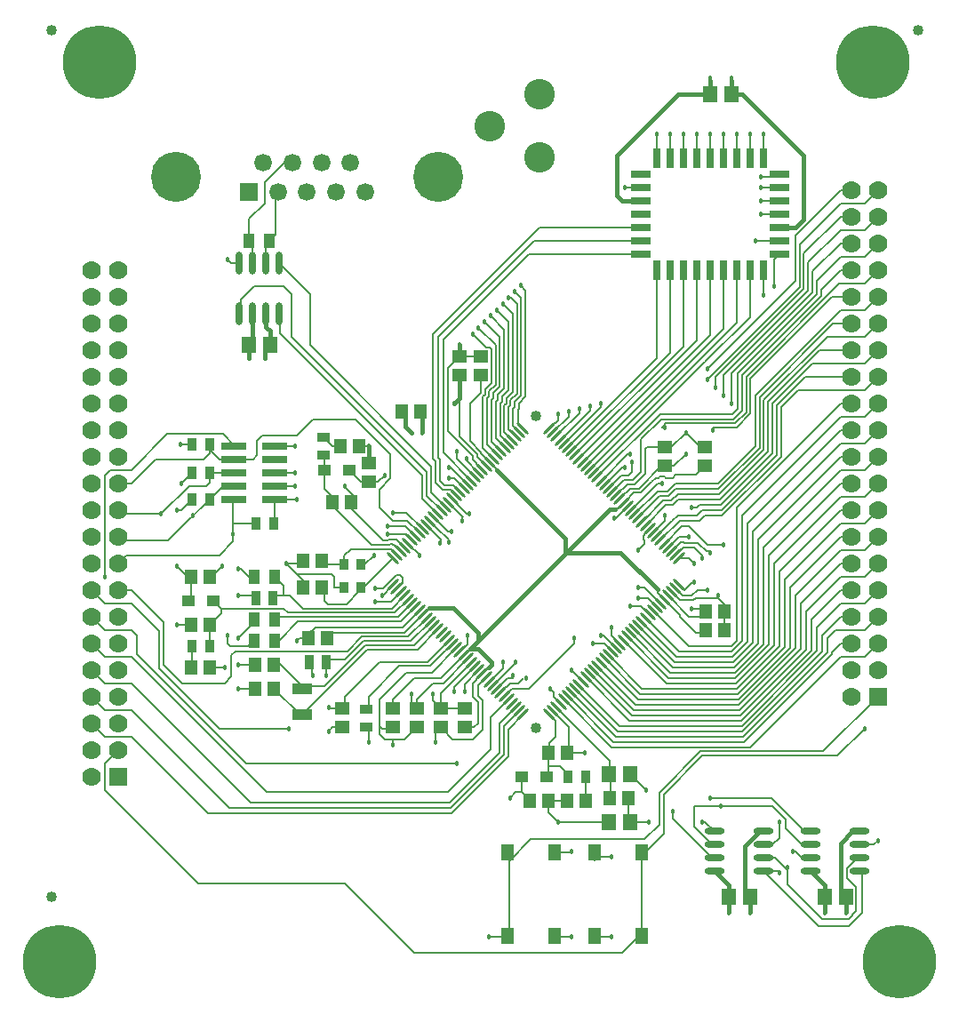
<source format=gtl>
%FSLAX25Y25*%
%MOIN*%
G70*
G01*
G75*
G04 Layer_Physical_Order=1*
G04 Layer_Color=61183*
%ADD10C,0.04000*%
G04:AMPARAMS|DCode=11|XSize=9.84mil|YSize=61.02mil|CornerRadius=0mil|HoleSize=0mil|Usage=FLASHONLY|Rotation=45.000|XOffset=0mil|YOffset=0mil|HoleType=Round|Shape=Round|*
%AMOVALD11*
21,1,0.05118,0.00984,0.00000,0.00000,135.0*
1,1,0.00984,0.01810,-0.01810*
1,1,0.00984,-0.01810,0.01810*
%
%ADD11OVALD11*%

G04:AMPARAMS|DCode=12|XSize=9.84mil|YSize=61.02mil|CornerRadius=0mil|HoleSize=0mil|Usage=FLASHONLY|Rotation=315.000|XOffset=0mil|YOffset=0mil|HoleType=Round|Shape=Round|*
%AMOVALD12*
21,1,0.05118,0.00984,0.00000,0.00000,45.0*
1,1,0.00984,-0.01810,-0.01810*
1,1,0.00984,0.01810,0.01810*
%
%ADD12OVALD12*%

%ADD13R,0.04528X0.05709*%
%ADD14R,0.05315X0.06102*%
%ADD15R,0.04134X0.05512*%
%ADD16R,0.03347X0.05118*%
%ADD17R,0.05118X0.06102*%
%ADD18O,0.02362X0.08661*%
%ADD19R,0.04528X0.03937*%
%ADD20R,0.03740X0.05315*%
%ADD21R,0.07500X0.04300*%
%ADD22R,0.03500X0.03900*%
%ADD23R,0.05709X0.04528*%
%ADD24R,0.05118X0.03347*%
%ADD25R,0.09449X0.02992*%
%ADD26R,0.07500X0.02800*%
%ADD27R,0.02800X0.07500*%
%ADD28O,0.07480X0.02362*%
%ADD29C,0.00800*%
%ADD30C,0.01600*%
%ADD31C,0.00787*%
%ADD32C,0.27559*%
%ADD33C,0.18740*%
%ADD34R,0.06654X0.06654*%
%ADD35C,0.06654*%
%ADD36C,0.07000*%
%ADD37R,0.07000X0.07000*%
%ADD38C,0.11500*%
%ADD39C,0.01800*%
D10*
X196850Y225312D02*
D03*
Y108389D02*
D03*
X340000Y370000D02*
D03*
X15000Y45000D02*
D03*
Y370000D02*
D03*
D11*
X191909Y220510D02*
D03*
X190517Y219118D02*
D03*
X189125Y217726D02*
D03*
X187733Y216334D02*
D03*
X186341Y214942D02*
D03*
X184949Y213550D02*
D03*
X183557Y212158D02*
D03*
X182165Y210766D02*
D03*
X180773Y209374D02*
D03*
X179382Y207982D02*
D03*
X177990Y206590D02*
D03*
X176598Y205198D02*
D03*
X175206Y203806D02*
D03*
X173814Y202414D02*
D03*
X172422Y201023D02*
D03*
X171030Y199631D02*
D03*
X169638Y198239D02*
D03*
X168246Y196847D02*
D03*
X166854Y195455D02*
D03*
X165462Y194063D02*
D03*
X164070Y192671D02*
D03*
X162678Y191279D02*
D03*
X161286Y189887D02*
D03*
X159894Y188495D02*
D03*
X158502Y187103D02*
D03*
X157110Y185711D02*
D03*
X155719Y184319D02*
D03*
X154326Y182927D02*
D03*
X152935Y181535D02*
D03*
X151543Y180143D02*
D03*
X150151Y178752D02*
D03*
X148759Y177360D02*
D03*
X147367Y175968D02*
D03*
X145975Y174576D02*
D03*
X144583Y173184D02*
D03*
X143191Y171792D02*
D03*
X201792Y113191D02*
D03*
X203184Y114583D02*
D03*
X204576Y115975D02*
D03*
X205968Y117367D02*
D03*
X207360Y118759D02*
D03*
X208752Y120151D02*
D03*
X210143Y121543D02*
D03*
X211535Y122935D02*
D03*
X212927Y124327D02*
D03*
X214319Y125718D02*
D03*
X215711Y127110D02*
D03*
X217103Y128502D02*
D03*
X218495Y129894D02*
D03*
X219887Y131286D02*
D03*
X221279Y132678D02*
D03*
X222671Y134070D02*
D03*
X224063Y135462D02*
D03*
X225455Y136854D02*
D03*
X226847Y138246D02*
D03*
X228239Y139638D02*
D03*
X229631Y141030D02*
D03*
X231023Y142422D02*
D03*
X232415Y143814D02*
D03*
X233806Y145206D02*
D03*
X235198Y146598D02*
D03*
X236590Y147990D02*
D03*
X237982Y149381D02*
D03*
X239374Y150774D02*
D03*
X240766Y152165D02*
D03*
X242158Y153557D02*
D03*
X243550Y154949D02*
D03*
X244942Y156341D02*
D03*
X246334Y157733D02*
D03*
X247726Y159125D02*
D03*
X249118Y160517D02*
D03*
X250510Y161909D02*
D03*
D12*
X143191D02*
D03*
X144583Y160517D02*
D03*
X145975Y159125D02*
D03*
X147367Y157733D02*
D03*
X148759Y156341D02*
D03*
X150151Y154949D02*
D03*
X151543Y153557D02*
D03*
X152935Y152165D02*
D03*
X154326Y150774D02*
D03*
X155719Y149381D02*
D03*
X157110Y147990D02*
D03*
X158502Y146598D02*
D03*
X159894Y145206D02*
D03*
X161286Y143814D02*
D03*
X162678Y142422D02*
D03*
X164070Y141030D02*
D03*
X165462Y139638D02*
D03*
X166854Y138246D02*
D03*
X168246Y136854D02*
D03*
X169638Y135462D02*
D03*
X171030Y134070D02*
D03*
X172422Y132678D02*
D03*
X173814Y131286D02*
D03*
X175206Y129894D02*
D03*
X176598Y128502D02*
D03*
X177990Y127110D02*
D03*
X179382Y125718D02*
D03*
X180773Y124327D02*
D03*
X182165Y122935D02*
D03*
X183557Y121543D02*
D03*
X184949Y120151D02*
D03*
X186341Y118759D02*
D03*
X187733Y117367D02*
D03*
X189125Y115975D02*
D03*
X190517Y114583D02*
D03*
X191909Y113191D02*
D03*
X250510Y171792D02*
D03*
X249118Y173184D02*
D03*
X247726Y174576D02*
D03*
X246334Y175968D02*
D03*
X244942Y177360D02*
D03*
X243550Y178752D02*
D03*
X242158Y180143D02*
D03*
X240766Y181535D02*
D03*
X239374Y182927D02*
D03*
X237982Y184319D02*
D03*
X236590Y185711D02*
D03*
X235198Y187103D02*
D03*
X233806Y188495D02*
D03*
X232415Y189887D02*
D03*
X231023Y191279D02*
D03*
X229631Y192671D02*
D03*
X228239Y194063D02*
D03*
X226847Y195455D02*
D03*
X225455Y196847D02*
D03*
X224063Y198239D02*
D03*
X222671Y199631D02*
D03*
X221279Y201023D02*
D03*
X219887Y202414D02*
D03*
X218495Y203806D02*
D03*
X217103Y205198D02*
D03*
X215711Y206590D02*
D03*
X214319Y207982D02*
D03*
X212927Y209374D02*
D03*
X211535Y210766D02*
D03*
X210143Y212158D02*
D03*
X208752Y213550D02*
D03*
X207360Y214942D02*
D03*
X205968Y216334D02*
D03*
X204576Y217726D02*
D03*
X203184Y219118D02*
D03*
X201792Y220510D02*
D03*
D13*
X260457Y145000D02*
D03*
X267543D02*
D03*
X74543Y165000D02*
D03*
X67457D02*
D03*
X67457Y147000D02*
D03*
X74543D02*
D03*
Y131000D02*
D03*
X67457D02*
D03*
X91457Y132000D02*
D03*
X98543D02*
D03*
X91457Y123000D02*
D03*
X98543D02*
D03*
X109457Y171000D02*
D03*
X116543D02*
D03*
Y161000D02*
D03*
X109457D02*
D03*
X111457Y142000D02*
D03*
X118543D02*
D03*
X146457Y227000D02*
D03*
X153543D02*
D03*
X120457Y193000D02*
D03*
X127543D02*
D03*
X123457Y214000D02*
D03*
X130543D02*
D03*
X260457Y152000D02*
D03*
X267543D02*
D03*
X224457Y82000D02*
D03*
X231543D02*
D03*
X208457Y81000D02*
D03*
X215543D02*
D03*
X194457D02*
D03*
X201543D02*
D03*
X201457Y99000D02*
D03*
X208543D02*
D03*
D14*
X89063Y252000D02*
D03*
X96937D02*
D03*
X262063Y346000D02*
D03*
X269937D02*
D03*
X269063Y45000D02*
D03*
X276937D02*
D03*
X305063D02*
D03*
X312937D02*
D03*
X224063Y73000D02*
D03*
X231937D02*
D03*
X224063Y91000D02*
D03*
X231937D02*
D03*
D15*
X89260Y291000D02*
D03*
X96740D02*
D03*
X91260Y165000D02*
D03*
X98740D02*
D03*
X91260Y149000D02*
D03*
X98740D02*
D03*
X91260Y141000D02*
D03*
X98740D02*
D03*
D16*
X91654Y185000D02*
D03*
X98347D02*
D03*
X67654Y194000D02*
D03*
X74347D02*
D03*
X67654Y204000D02*
D03*
X74347D02*
D03*
X67654Y214500D02*
D03*
X74347D02*
D03*
X67654Y139000D02*
D03*
X74347D02*
D03*
X208653Y90000D02*
D03*
X215347D02*
D03*
D17*
X218642Y30350D02*
D03*
Y61650D02*
D03*
X236358Y30350D02*
D03*
Y61650D02*
D03*
X186142Y30350D02*
D03*
Y61650D02*
D03*
X203858Y30350D02*
D03*
Y61650D02*
D03*
D18*
X85500Y263551D02*
D03*
Y282449D02*
D03*
X95500Y263551D02*
D03*
X90500D02*
D03*
X100500D02*
D03*
X90500Y282449D02*
D03*
X95500D02*
D03*
X100500D02*
D03*
D19*
X66374Y156000D02*
D03*
X75626D02*
D03*
X117374Y205000D02*
D03*
X126626D02*
D03*
X191374Y90000D02*
D03*
X200626D02*
D03*
D20*
X91850Y157000D02*
D03*
X98150D02*
D03*
X111850Y133000D02*
D03*
X118150D02*
D03*
D21*
X109000Y113079D02*
D03*
Y122921D02*
D03*
D22*
X124900Y161000D02*
D03*
Y169500D02*
D03*
X131000D02*
D03*
Y161000D02*
D03*
D23*
X124000Y108457D02*
D03*
Y115543D02*
D03*
X143000D02*
D03*
Y108457D02*
D03*
X152000Y108457D02*
D03*
Y115543D02*
D03*
X161000D02*
D03*
Y108457D02*
D03*
X170000Y115543D02*
D03*
Y108457D02*
D03*
X133957Y200457D02*
D03*
Y207543D02*
D03*
X168000Y240457D02*
D03*
Y247543D02*
D03*
X176000Y240457D02*
D03*
Y247543D02*
D03*
X245000Y206457D02*
D03*
Y213543D02*
D03*
X260000Y206457D02*
D03*
Y213543D02*
D03*
D24*
X133000Y108653D02*
D03*
Y115347D02*
D03*
X117000Y210653D02*
D03*
Y217347D02*
D03*
D25*
X98677Y209000D02*
D03*
X83323D02*
D03*
X98677Y214000D02*
D03*
Y204000D02*
D03*
Y199000D02*
D03*
X83323Y214000D02*
D03*
Y204000D02*
D03*
Y199000D02*
D03*
X98677Y194000D02*
D03*
X83323D02*
D03*
D26*
X236000Y286000D02*
D03*
Y291000D02*
D03*
Y296000D02*
D03*
Y311000D02*
D03*
Y301000D02*
D03*
Y306000D02*
D03*
Y316000D02*
D03*
X288000Y286000D02*
D03*
Y291000D02*
D03*
Y306000D02*
D03*
Y296000D02*
D03*
Y301000D02*
D03*
Y311000D02*
D03*
Y316000D02*
D03*
D27*
X242000Y280000D02*
D03*
X252000D02*
D03*
X247000D02*
D03*
Y322000D02*
D03*
X242000D02*
D03*
X252000D02*
D03*
X272000Y280000D02*
D03*
X277000D02*
D03*
X257000D02*
D03*
X267000D02*
D03*
X262000D02*
D03*
X282000D02*
D03*
X272000Y322000D02*
D03*
X277000D02*
D03*
X257000D02*
D03*
X267000D02*
D03*
X262000D02*
D03*
X282000D02*
D03*
D28*
X299748Y54500D02*
D03*
Y59500D02*
D03*
Y64500D02*
D03*
Y69500D02*
D03*
X318252Y54500D02*
D03*
Y64500D02*
D03*
Y59500D02*
D03*
Y69500D02*
D03*
X263748Y54500D02*
D03*
Y59500D02*
D03*
Y64500D02*
D03*
Y69500D02*
D03*
X282252Y54500D02*
D03*
Y64500D02*
D03*
Y59500D02*
D03*
Y69500D02*
D03*
D29*
X204000Y104880D02*
Y110983D01*
X201792Y113191D02*
X204000Y110983D01*
X201792Y99165D02*
Y102672D01*
X204000Y104880D01*
X67000Y147000D02*
X67457Y146543D01*
X62000Y147000D02*
X67000D01*
X67457Y146543D02*
Y147000D01*
X62000Y147000D02*
X62000Y147000D01*
X176000Y240457D02*
X176000Y240457D01*
Y234000D02*
Y240457D01*
X168000Y217463D02*
X174600Y210863D01*
X168000Y217463D02*
Y232000D01*
X172000Y215726D02*
X176200Y211526D01*
X172000Y215726D02*
Y230000D01*
X176000Y234000D01*
X189654Y233719D02*
Y267346D01*
X187424Y269576D02*
X189654Y267346D01*
X186576Y269576D02*
X187424D01*
X191254Y233057D02*
Y269424D01*
X188839Y271839D02*
X191254Y269424D01*
X192854Y232394D02*
Y272350D01*
X191102Y274102D02*
X192854Y272350D01*
X190400Y229940D02*
X192854Y232394D01*
X190400Y228035D02*
Y229940D01*
X190000Y227635D02*
X190400Y228035D01*
X190000Y222419D02*
Y227635D01*
Y222419D02*
X191909Y220510D01*
X180054Y237696D02*
Y250304D01*
X188800Y230602D02*
X191254Y233057D01*
X188077Y221558D02*
X190517Y219118D01*
X188800Y228698D02*
Y230602D01*
X188077Y227975D02*
X188800Y228698D01*
X188077Y221558D02*
Y227975D01*
X187200Y231265D02*
X189654Y233719D01*
X187200Y229361D02*
Y231265D01*
X186477Y220374D02*
X189125Y217726D01*
X186477Y228638D02*
X187200Y229361D01*
X186477Y220374D02*
Y228638D01*
X185600Y231928D02*
X188054Y234382D01*
X185600Y230024D02*
Y231928D01*
X184877Y219190D02*
X187733Y216334D01*
X184877Y229300D02*
X185600Y230024D01*
X184877Y219190D02*
Y229300D01*
X186454Y235045D02*
Y260648D01*
X184000Y232591D02*
X186454Y235045D01*
X184000Y230686D02*
Y232591D01*
X183277Y218006D02*
X186341Y214942D01*
X183277Y229963D02*
X184000Y230686D01*
X183277Y218006D02*
Y229963D01*
X182400Y233253D02*
X184854Y235708D01*
X182400Y231349D02*
Y233253D01*
X181677Y216823D02*
X184949Y213550D01*
X181677Y230626D02*
X182400Y231349D01*
X181677Y216823D02*
Y230626D01*
X183254Y236370D02*
Y254797D01*
X180800Y233916D02*
X183254Y236370D01*
X180800Y232012D02*
Y233916D01*
X180077Y215639D02*
X183557Y212158D01*
X180077Y231289D02*
X180800Y232012D01*
X180077Y215639D02*
Y231289D01*
X179200Y234579D02*
X181654Y237033D01*
X179200Y232675D02*
Y234579D01*
X178477Y214455D02*
X182165Y210766D01*
X178477Y231951D02*
X179200Y232675D01*
X178477Y214455D02*
Y231951D01*
X177600Y235242D02*
X180054Y237696D01*
X177600Y233337D02*
Y235242D01*
X176877Y213271D02*
X180773Y209374D01*
X176877Y232614D02*
X177600Y233337D01*
X176877Y213271D02*
Y232614D01*
X184314Y267314D02*
X188054Y263573D01*
Y234382D02*
Y263573D01*
X182051Y265051D02*
X186454Y260648D01*
X179788Y262788D02*
X184854Y257722D01*
Y235708D02*
Y257722D01*
X177525Y260525D02*
X183254Y254797D01*
X175263Y258263D02*
X181654Y251871D01*
Y237033D02*
Y251871D01*
X173000Y256000D02*
X177993Y251007D01*
X179351D01*
X180054Y250304D01*
X174600Y209980D02*
Y210863D01*
X173000Y208796D02*
Y210200D01*
X163600Y219600D02*
X173000Y210200D01*
X163600Y219600D02*
Y243143D01*
X82400Y135400D02*
X84035Y137035D01*
X82400Y127400D02*
Y135400D01*
X80000Y131000D02*
X80000Y131000D01*
Y125000D02*
X82400Y127400D01*
X74543Y131000D02*
X80000D01*
X75000Y165000D02*
X79000Y169000D01*
X74543Y165000D02*
X75000D01*
X62000Y169000D02*
X66000Y165000D01*
X67457D01*
X66374Y156000D02*
X67457Y157083D01*
Y165000D01*
X74543Y147000D02*
X78626Y151083D01*
X74347Y146803D02*
X74543Y147000D01*
X78626Y151083D02*
Y153000D01*
X102000D01*
X75626Y156000D02*
X78626Y153000D01*
X74347Y139000D02*
Y146803D01*
X64000Y125000D02*
X80000D01*
X57000Y132000D02*
X64000Y125000D01*
X57000Y132000D02*
Y148000D01*
X84035Y137035D02*
X126035D01*
X78000Y108000D02*
X104000D01*
X55400Y130600D02*
X78000Y108000D01*
X55400Y130600D02*
Y144600D01*
X88000Y95000D02*
X167000D01*
X47000Y136000D02*
X88000Y95000D01*
X47000Y136000D02*
Y143000D01*
X45000Y145000D02*
X47000Y143000D01*
X35000Y145000D02*
X45000D01*
X126035Y137035D02*
X131400Y142400D01*
X186231Y127000D02*
X188000D01*
X182165Y122935D02*
X186231Y127000D01*
X252597Y177600D02*
X257400D01*
X260606Y174394D01*
X246334Y175968D02*
X250366Y180000D01*
X254000D01*
X196000Y291000D02*
X236000D01*
X160000Y255000D02*
X196000Y291000D01*
X160000Y209525D02*
Y255000D01*
X158000Y256000D02*
X198000Y296000D01*
X158000Y209263D02*
Y256000D01*
Y209263D02*
X159000Y208263D01*
X198000Y296000D02*
X236000D01*
X227121Y190161D02*
X229631Y192671D01*
X226458Y190161D02*
X227121D01*
X90500Y282449D02*
Y291760D01*
X160000Y199343D02*
X161779Y197565D01*
X272000Y322000D02*
Y331000D01*
X267000Y322000D02*
Y331000D01*
X170600Y208412D02*
X175206Y203806D01*
X164744Y197565D02*
X166854Y195455D01*
X161779Y197565D02*
X164744D01*
X164661Y206000D02*
X171030Y199631D01*
X166000Y202000D02*
X169638Y198362D01*
X165928Y199165D02*
X168246Y196847D01*
X81000Y284000D02*
X82551Y282449D01*
X85500D01*
Y263551D02*
Y265068D01*
X100500Y263551D02*
X100794D01*
X89063Y252000D02*
X90500Y253437D01*
X161300Y138260D02*
X164070Y141030D01*
X127500Y190500D02*
X139400Y178600D01*
X143551Y177000D02*
X145975Y174576D01*
X142473Y175293D02*
X144583Y173184D01*
X127337Y175293D02*
X142473D01*
X127500Y190500D02*
Y194957D01*
X117000Y217346D02*
X120346Y214000D01*
X126626Y205000D02*
X131169Y200457D01*
X133957D01*
X127543Y195000D02*
X128000Y195457D01*
X127500Y194957D02*
X127543Y195000D01*
X117413Y198043D02*
X120457Y195000D01*
X169638Y135462D02*
X172176Y138000D01*
X142350Y155500D02*
X145975Y159125D01*
X136500Y155500D02*
X142350D01*
X102000Y153000D02*
X103600Y151400D01*
X136500Y160500D02*
X139416D01*
X139000Y158000D02*
X139282D01*
X143191Y161909D01*
X142634Y153000D02*
X147367Y157733D01*
X143818Y151400D02*
X148759Y156341D01*
X145001Y149800D02*
X150151Y154949D01*
X146185Y148200D02*
X151543Y153557D01*
X131899Y160500D02*
X143191Y171792D01*
X81000Y140000D02*
X82000Y139000D01*
X88760D01*
X90760Y141000D01*
X85240Y142000D02*
X91240Y148000D01*
X91260D01*
X146769Y146000D02*
X152935Y152165D01*
X147553Y144000D02*
X154327Y150773D01*
X121358Y146000D02*
X146769D01*
X120543Y144000D02*
X147553D01*
X107000Y141000D02*
X108000Y142000D01*
X111457D01*
X118543D02*
X120543Y144000D01*
X121304Y146054D02*
X121358Y146000D01*
X114054Y146054D02*
X121304D01*
X111457Y143457D02*
X114054Y146054D01*
X111457Y142000D02*
Y143457D01*
X131400Y142400D02*
X148737D01*
X132063Y140800D02*
X149921D01*
X151105Y139200D02*
X158502Y146598D01*
X132725Y139200D02*
X151105D01*
X125263Y134000D02*
X132063Y140800D01*
X152289Y137600D02*
X159894Y145206D01*
X119000Y134000D02*
X125263D01*
X149921Y140800D02*
X157110Y147990D01*
X148737Y142400D02*
X155718Y149382D01*
X154200Y194189D02*
X159894Y188495D01*
X113198Y223990D02*
Y224017D01*
X155800Y195373D02*
X161286Y189887D01*
X56251Y188500D02*
Y188527D01*
X144583Y160583D02*
X146662Y162662D01*
X144583Y160517D02*
Y160583D01*
X146662Y162662D02*
X146693D01*
Y164419D01*
X145701Y165411D02*
X146693Y164419D01*
X144300Y165411D02*
X145701D01*
X139416Y160527D02*
X144300Y165411D01*
X139416Y160500D02*
Y160527D01*
X125600Y154600D02*
X130500Y159500D01*
X118900Y154600D02*
X125600D01*
X98740Y148000D02*
X100540Y149800D01*
X98240Y141000D02*
X100347D01*
X107547Y148200D01*
X102150Y158000D02*
X104536D01*
X109536Y153000D01*
X249118Y173184D02*
X249184D01*
X232000Y91000D02*
X238000Y85000D01*
X231543Y73394D02*
Y82000D01*
X224457D02*
X224850Y82394D01*
X224500Y91150D02*
Y96051D01*
X201543Y76457D02*
X205000Y73000D01*
X201543Y76457D02*
Y81000D01*
X215150D02*
X215346Y81197D01*
X187000Y82000D02*
X189083Y84083D01*
X191374D01*
X194457Y81000D01*
X191374Y84083D02*
Y90000D01*
X201457Y94000D02*
Y99000D01*
Y90831D02*
Y94000D01*
X205654D02*
X208654Y91000D01*
X201457Y94000D02*
X205654D01*
X200626Y90000D02*
X201457Y90831D01*
X209043Y99000D02*
X215000D01*
X208543D02*
X209043D01*
X203184Y114583D02*
X209043Y108723D01*
X201792Y99165D02*
X201957Y99000D01*
X169638Y198239D02*
Y198362D01*
X242000Y322000D02*
Y331000D01*
X247000Y322000D02*
Y331000D01*
X252000Y322000D02*
Y331000D01*
X257000Y322000D02*
Y331000D01*
X262000Y322000D02*
Y331000D01*
X99177Y214000D02*
X106500D01*
X83154Y193331D02*
X83823Y194000D01*
X217103Y205198D02*
X217114D01*
X224500Y91150D02*
X224650Y91000D01*
X204576Y115975D02*
X224500Y96051D01*
X224063Y198239D02*
X224081D01*
X130500Y159500D02*
Y160500D01*
X160600Y201006D02*
X162441Y199165D01*
X160000Y209525D02*
X160600Y208925D01*
X281326Y69500D02*
X282252D01*
X276937Y39063D02*
X277000Y39000D01*
X210038Y130000D02*
X214319Y125718D01*
X277000Y322000D02*
Y331000D01*
X238715Y157000D02*
X242158Y153557D01*
X237148Y153000D02*
X239374Y150773D01*
X230000Y311000D02*
X236000D01*
X305000Y39000D02*
X305063Y39063D01*
X311000Y46937D02*
X312937Y45000D01*
X304006Y36600D02*
X313994D01*
X315400Y38006D01*
Y38083D01*
X316794Y39478D01*
Y48548D01*
X313312Y52031D02*
X316794Y48548D01*
X313312Y52031D02*
Y55486D01*
X262822Y64500D02*
X263748D01*
X256000Y71322D02*
X262822Y64500D01*
X256000Y71322D02*
Y79000D01*
X297500Y69500D02*
X299748D01*
X259000Y73000D02*
X260248D01*
X263748Y69500D01*
X262822Y59500D02*
X263748D01*
X248000Y74322D02*
X262822Y59500D01*
X248000Y74322D02*
Y77000D01*
X285000Y82000D02*
X297500Y69500D01*
X262000Y82000D02*
X285000D01*
X296500Y59500D02*
X299748D01*
X291000Y49606D02*
X304006Y36600D01*
X282252Y59500D02*
X286500D01*
X291000Y49606D02*
Y55000D01*
X282252Y54500D02*
X287500D01*
X288000Y54000D01*
X286500Y59500D02*
X288000Y58000D01*
X282252Y64500D02*
X285500D01*
X318252D02*
X323500D01*
X325000Y66000D01*
X250510Y161909D02*
X252419Y160000D01*
X250510Y171792D02*
X254208D01*
X226847Y195455D02*
X230998Y199606D01*
X228239Y194063D02*
X232182Y198006D01*
X222671Y199631D02*
X229325Y206284D01*
X229609Y206000D01*
X230000D01*
X224081Y198239D02*
X228842Y203000D01*
X222309Y140000D02*
X225455Y136854D01*
X218495Y203806D02*
Y203889D01*
X229631Y192671D02*
X233366Y196406D01*
X247726Y174576D02*
X250744Y177594D01*
X254208Y171792D02*
X256000Y170000D01*
X176200Y211164D02*
X179382Y207982D01*
X78000Y173000D02*
X83154Y178154D01*
X63500Y214500D02*
X67654D01*
X99177Y194000D02*
X107000D01*
X231937Y73000D02*
X239000D01*
X162900Y137076D02*
X165462Y139638D01*
X250673Y150009D02*
Y150610D01*
X183557Y121533D02*
Y121543D01*
X184949Y120151D02*
X187799Y123000D01*
X282000Y322000D02*
Y331000D01*
X183557Y121543D02*
X187000Y124985D01*
X189985D01*
X192000Y127000D01*
X188000D02*
Y128000D01*
X179382Y125718D02*
X184000Y130337D01*
X179887Y112305D02*
X186341Y118759D01*
X179887Y100233D02*
Y112305D01*
X163812Y84158D02*
X179887Y100233D01*
X183087Y109937D02*
X189125Y115975D01*
X183087Y98908D02*
Y109937D01*
X164400Y80220D02*
X183087Y98908D01*
X184687Y108753D02*
X190517Y114583D01*
X184687Y98245D02*
Y108753D01*
X164695Y78252D02*
X184687Y98245D01*
X81748Y78252D02*
X164695D01*
X186675Y107957D02*
X191909Y113191D01*
X186287Y107957D02*
X186675D01*
X186287Y97582D02*
Y107957D01*
X164989Y76283D02*
X186287Y97582D01*
X73717Y76283D02*
X164989D01*
X173000Y208796D02*
X176598Y205198D01*
X176200Y211164D02*
Y211526D01*
X163600Y243143D02*
X168000Y247543D01*
X176000D01*
X211535Y210766D02*
X252000Y251231D01*
X210143Y212158D02*
X247000Y249015D01*
X208752Y213550D02*
X242000Y246799D01*
X218495Y203889D02*
X260006Y245400D01*
X214319Y207982D02*
X262000Y255663D01*
Y280000D01*
X212927Y209374D02*
X257000Y253447D01*
Y280000D01*
X252000Y251231D02*
Y280000D01*
X247000Y249015D02*
Y280000D01*
X242000Y246799D02*
Y280000D01*
X89780Y80220D02*
X164400D01*
X154327Y150773D02*
X156836Y153283D01*
X176598Y128502D02*
Y128598D01*
X179000Y131000D01*
X242283Y159000D02*
X250673Y150610D01*
X235000Y157000D02*
X238715D01*
X237499Y161000D02*
X243550Y154949D01*
X235000Y161000D02*
X237499D01*
X242283Y159000D02*
Y160283D01*
X179382Y207982D02*
X182000Y205364D01*
Y205000D02*
Y205364D01*
X246334Y157733D02*
X254067Y150000D01*
X259457D01*
X255419Y163000D02*
X256000D01*
X257402Y160000D02*
X261000D01*
X249118Y160517D02*
X251819Y157815D01*
X255218D01*
X257402Y160000D01*
X250636Y156215D02*
X255880D01*
X256665Y157000D01*
X247726Y159125D02*
X250636Y156215D01*
X285500Y64500D02*
X288000Y67000D01*
Y73000D01*
X285394Y79000D02*
X290400Y73994D01*
X256000Y79000D02*
X285394D01*
X319000Y39000D02*
Y53752D01*
X318252Y54500D02*
X319000Y53752D01*
X282252Y54500D02*
X302752Y34000D01*
X189000Y132553D02*
Y133000D01*
X180773Y124327D02*
X189000Y132553D01*
X187799Y123000D02*
X194000D01*
X211000Y140000D01*
Y142000D01*
X161000Y121256D02*
X172422Y132678D01*
X175000Y124121D02*
X177990Y127110D01*
X166000Y123473D02*
X173814Y131286D01*
X170000Y122000D02*
Y124689D01*
X175206Y129894D01*
X173000Y120000D02*
Y124905D01*
X176598Y128502D01*
X221279Y201023D02*
X231256Y211000D01*
X232000D01*
X233366Y196406D02*
X236012D01*
X259000Y172000D02*
Y173000D01*
X249118Y173184D02*
X251934Y176000D01*
X256000D01*
X259000Y173000D01*
X228842Y203000D02*
X231552D01*
X232806Y204254D01*
Y207800D01*
X133957Y213957D02*
X133957Y213957D01*
X133913Y214000D02*
X133957Y213957D01*
X224850Y82394D02*
Y91000D01*
X117413Y198043D02*
Y211000D01*
X130500Y160500D02*
X131899D01*
X118000Y133000D02*
X119000Y134000D01*
X252419Y160000D02*
X255419Y163000D01*
X112701Y128299D02*
Y134000D01*
X252419Y160000D02*
X255419Y163000D01*
X234180Y291000D02*
X236000D01*
X130500Y160500D02*
X131899D01*
X120346Y214000D02*
X123850D01*
X215346Y81197D02*
Y91000D01*
X224850Y82394D02*
Y91000D01*
X231150D02*
X232000D01*
X205000Y73000D02*
X224850D01*
X209043Y99000D02*
Y108723D01*
X201543Y81000D02*
X208850D01*
X133913Y214000D02*
X133957Y213957D01*
X130150Y214000D02*
X133913D01*
X244942Y177360D02*
X251582Y184000D01*
X254000D01*
X261000Y177000D01*
X225000Y143000D02*
X228362Y139638D01*
X256000Y79000D02*
X266000D01*
X100794Y256206D02*
Y263551D01*
X112000Y251788D02*
Y270949D01*
X100500Y282449D02*
X112000Y270949D01*
X105000Y255000D02*
Y271000D01*
X102000Y274000D02*
X105000Y271000D01*
X91000Y274000D02*
X102000D01*
X86000Y269000D02*
X91000Y274000D01*
X86000Y264051D02*
Y269000D01*
X85500Y263551D02*
X86000Y264051D01*
X275000Y46937D02*
X276937Y45000D01*
X95500Y282449D02*
Y291760D01*
X260606Y174394D02*
X261426D01*
X260006Y245400D02*
X260089D01*
X259457Y150000D02*
X260457Y151000D01*
X259457Y153000D02*
X260457Y152000D01*
X267543Y144000D02*
Y151729D01*
X261000Y177000D02*
X267000D01*
X315500Y69500D02*
X318252D01*
X302752Y34000D02*
X314000D01*
X319000Y39000D01*
X313312Y55486D02*
X317326Y59500D01*
X318252D01*
X312937Y39063D02*
X313000Y39000D01*
X219992Y60000D02*
X225000D01*
X218642Y58650D02*
X219992Y60000D01*
X186642Y58150D02*
X194892Y66400D01*
X237400D01*
X243000Y84000D02*
X258400Y99400D01*
X243000Y72000D02*
Y84000D01*
X237400Y66400D02*
X243000Y72000D01*
X179000Y30000D02*
X187000D01*
X186642Y30358D02*
X187000Y30000D01*
X186642Y30358D02*
Y58150D01*
X204358Y30000D02*
Y31000D01*
Y30000D02*
X210000D01*
X218642D02*
X225000D01*
X244600Y83337D02*
X259063Y97800D01*
X244600Y68600D02*
Y83337D01*
X236358Y30350D02*
Y61650D01*
X237004Y61004D02*
X244600Y68600D01*
X235350Y30350D02*
X236358D01*
X229000Y24000D02*
X235350Y30350D01*
X151000Y24000D02*
X229000D01*
X125000Y50000D02*
X151000Y24000D01*
X203858Y61650D02*
X209650D01*
X210000Y62000D01*
X296500Y64500D02*
X299748D01*
X290400Y70600D02*
Y73994D01*
Y70600D02*
X296500Y64500D01*
X288000Y58000D02*
X291000Y55000D01*
X288000Y58000D02*
X290000Y56000D01*
X291000D01*
X294000Y62000D02*
X296500Y59500D01*
X293000Y62000D02*
X294000D01*
X236148Y154000D02*
X237148Y153000D01*
X232000Y154000D02*
X236148D01*
X225000Y143000D02*
Y146000D01*
X222093Y143000D02*
X226847Y138246D01*
X221000Y143000D02*
X222093D01*
X218000Y140000D02*
X222309D01*
X166000Y122053D02*
Y123473D01*
X184000Y130337D02*
X184343Y130680D01*
Y133000D01*
X125000Y198457D02*
X128000Y195457D01*
X125000Y198457D02*
Y199000D01*
X121000Y191000D02*
Y193000D01*
Y191000D02*
X135000Y177000D01*
X141917D01*
X141976Y177059D01*
X142971D01*
X143030Y177000D01*
X143551D01*
X139400Y178600D02*
X141254D01*
X141420Y178766D01*
X144569D01*
X147367Y175968D01*
X152217Y185037D02*
X154327Y182927D01*
X215711Y206590D02*
X267000Y257879D01*
Y280000D01*
X217103Y205198D02*
X272000Y260095D01*
X260089Y245400D02*
X277000Y262311D01*
Y280000D01*
X311000Y290000D02*
X315000D01*
X207360Y214942D02*
X221000Y228582D01*
X311000Y295000D02*
X320000D01*
X325000Y300000D01*
X205968Y216334D02*
X217000Y227366D01*
Y229000D01*
X311000Y300000D02*
X315000D01*
X204576Y217726D02*
X213000Y226150D01*
Y228000D01*
X311000Y305000D02*
X320000D01*
X325000Y310000D01*
X203184Y219118D02*
X209000Y224934D01*
Y227000D01*
X311000Y310000D02*
X315000D01*
X201792Y220510D02*
X205000Y223718D01*
Y226000D01*
X295600Y289600D02*
X311000Y305000D01*
X297200Y286200D02*
X311000Y300000D01*
X298800Y282800D02*
X311000Y295000D01*
X300400Y279400D02*
X311000Y290000D01*
X302000Y276000D02*
X311000Y285000D01*
X303600Y272600D02*
X311000Y280000D01*
Y285000D02*
X320000D01*
X325000Y290000D01*
X219887Y202415D02*
Y202544D01*
X243343Y226000D01*
X311000Y280000D02*
X315000D01*
X225455Y196847D02*
X229814Y201206D01*
X233152D01*
X236176Y204230D01*
Y216570D01*
X243606Y224000D01*
X320000Y275000D02*
X325000Y280000D01*
X226000Y187000D02*
X226744D01*
X231023Y191279D01*
X232415Y189887D02*
X240000Y197473D01*
X221000Y228582D02*
Y230000D01*
X270000D02*
Y241212D01*
X267000Y233000D02*
Y240475D01*
X264000Y236000D02*
Y239737D01*
X261000Y243000D02*
X294000Y276000D01*
Y293000D01*
X302000Y270949D02*
Y276000D01*
X270353Y226000D02*
X272400Y228047D01*
X270616Y224000D02*
X274000Y227384D01*
X303600Y270286D02*
Y272600D01*
X271279Y222400D02*
X275600Y226721D01*
X307839Y270000D02*
X315000D01*
X310576Y275000D02*
X320000D01*
X272400Y228047D02*
Y241349D01*
X274000Y227384D02*
Y240686D01*
X275600Y226721D02*
Y240024D01*
X277200Y226059D02*
Y239361D01*
X255000Y153000D02*
X259457D01*
X250673Y150009D02*
X256682Y144000D01*
X260457D01*
X261000Y239000D02*
X295600Y273600D01*
Y289600D01*
X264000Y239737D02*
X297200Y272937D01*
Y286200D01*
X267000Y240475D02*
X298800Y272274D01*
Y282800D01*
X270000Y241212D02*
X300400Y271612D01*
Y279400D01*
X272400Y241349D02*
X302000Y270949D01*
X274000Y240686D02*
X303600Y270286D01*
X275600Y240024D02*
X310576Y275000D01*
X277200Y239361D02*
X307839Y270000D01*
X265000Y200000D02*
X279000Y214000D01*
X259000Y190000D02*
X266314D01*
X279000Y214000D02*
Y233000D01*
X311000Y265000D01*
X243550Y178752D02*
X250799Y186000D01*
X258000D01*
X260000Y188000D02*
X266576D01*
X258000Y186000D02*
X260000Y188000D01*
X320000Y235000D02*
X325000Y240000D01*
X242158Y180143D02*
X247798Y185784D01*
Y185798D01*
X250000Y188000D02*
X257000D01*
X247798Y185798D02*
X250000Y188000D01*
X257000D02*
X259000Y190000D01*
X237271Y177271D02*
Y179019D01*
X237265Y179025D02*
X237271Y179019D01*
X237265Y179025D02*
Y180427D01*
X237271Y180433D01*
Y180824D01*
X239374Y182927D01*
X255000Y191000D02*
X257000D01*
X258000Y192000D01*
X320000Y245000D02*
X325000Y250000D01*
X237982Y184319D02*
Y184376D01*
X236590Y185711D02*
X236711D01*
X320000Y255000D02*
X325000Y260000D01*
X249000Y200000D02*
X265000D01*
X311000Y265000D02*
X320000D01*
X325000Y270000D01*
X308263Y260000D02*
X315000D01*
X306000Y255000D02*
X320000D01*
X303263Y250000D02*
X315000D01*
X300525Y245000D02*
X320000D01*
X297788Y240000D02*
X315000D01*
X280600Y213337D02*
Y232337D01*
X308263Y260000D01*
X265263Y198000D02*
X280600Y213337D01*
X282200Y212674D02*
Y231200D01*
X306000Y255000D01*
X265526Y196000D02*
X282200Y212674D01*
X283800Y212012D02*
Y230537D01*
X303263Y250000D01*
X265788Y194000D02*
X283800Y212012D01*
X266051Y192000D02*
X285400Y211349D01*
Y229874D01*
X300525Y245000D01*
X287000Y210686D02*
Y229212D01*
X297788Y240000D01*
X266314Y190000D02*
X287000Y210686D01*
X288600Y210024D02*
Y228549D01*
X258000Y192000D02*
X266051D01*
X266576Y188000D02*
X288600Y210024D01*
X267543Y152000D02*
Y154457D01*
X265000Y157000D02*
X267543Y154457D01*
X256665Y157000D02*
X265000D01*
X208752Y120151D02*
X225902Y103000D01*
X311000Y140000D02*
X315000D01*
X207360Y118759D02*
X225118Y101000D01*
X320000Y135000D02*
X325000Y140000D01*
X270000Y139000D02*
X272000Y141000D01*
X250364Y137000D02*
X270263D01*
X274000Y140737D01*
X249580Y135000D02*
X270526D01*
X276000Y140474D01*
Y185000D01*
X248796Y133000D02*
X270788D01*
X278000Y140212D01*
X271051Y131000D02*
X280000Y139949D01*
Y179000D01*
X247228Y129000D02*
X271314D01*
X282000Y139686D01*
X271576Y127000D02*
X284000Y139424D01*
Y173000D01*
X245660Y125000D02*
X271839D01*
X286000Y139161D01*
X272102Y123000D02*
X288000Y138898D01*
Y167000D01*
X235741Y121000D02*
X272365D01*
X290000Y138635D01*
X272627Y119000D02*
X292000Y138373D01*
Y161000D01*
X234173Y117000D02*
X272890D01*
X294000Y138110D01*
X273153Y115000D02*
X296000Y137847D01*
Y155000D01*
X232606Y113000D02*
X273416D01*
X298000Y137584D01*
X273678Y111000D02*
X300000Y137322D01*
Y149000D01*
X228254Y109000D02*
X273941D01*
X302000Y137059D01*
X304000Y136796D02*
Y143000D01*
X288600Y228549D02*
X295051Y235000D01*
X261426Y174394D02*
X262000Y173820D01*
X295051Y235000D02*
X320000D01*
X306000Y142000D02*
X309000Y145000D01*
X320000D01*
X304000Y143000D02*
X311000Y150000D01*
X302000Y137059D02*
Y146000D01*
X311000Y155000D01*
X300000Y149000D02*
X311000Y160000D01*
X298000Y137584D02*
Y152000D01*
X311000Y165000D01*
X296000Y155000D02*
X311000Y170000D01*
X294000Y138110D02*
Y158000D01*
X311000Y175000D01*
X292000Y161000D02*
X311000Y180000D01*
X290000Y138635D02*
Y164000D01*
X311000Y185000D01*
X288000Y167000D02*
X311000Y190000D01*
X286000Y139161D02*
Y170000D01*
X311000Y195000D01*
X284000Y173000D02*
X311000Y200000D01*
X282000Y139686D02*
Y176000D01*
X311000Y205000D01*
X280000Y179000D02*
X311000Y210000D01*
X278000Y140212D02*
Y182000D01*
X311000Y215000D01*
X276000Y185000D02*
X311000Y220000D01*
X274000Y140737D02*
Y188000D01*
X311000Y225000D01*
X272000Y141000D02*
Y191000D01*
X311000Y230000D01*
X210143Y121543D02*
X226686Y105000D01*
X320000Y145000D02*
X325000Y150000D01*
X211535Y122935D02*
X227470Y107000D01*
X311000Y150000D02*
X315000D01*
X212927Y124327D02*
X228254Y109000D01*
X311000Y155000D02*
X320000D01*
X325000Y160000D01*
X215711Y127110D02*
X231822Y111000D01*
X311000Y160000D02*
X315000D01*
X217103Y128502D02*
X232606Y113000D01*
X311000Y165000D02*
X320000D01*
X325000Y170000D01*
X218495Y129894D02*
X233389Y115000D01*
X311000Y170000D02*
X315000D01*
X219887Y131286D02*
X234173Y117000D01*
X311000Y175000D02*
X320000D01*
X325000Y180000D01*
X221279Y132678D02*
X234957Y119000D01*
X311000Y180000D02*
X315000D01*
X222671Y134070D02*
X235741Y121000D01*
X311000Y185000D02*
X320000D01*
X325000Y190000D01*
X224063Y135462D02*
X236525Y123000D01*
X311000Y190000D02*
X315000D01*
X229631Y141030D02*
X245660Y125000D01*
X311000Y195000D02*
X320000D01*
X325000Y200000D01*
X311000D02*
X315000D01*
X232415Y143814D02*
X247228Y129000D01*
X311000Y205000D02*
X320000D01*
X325000Y210000D01*
X233806Y145206D02*
X248012Y131000D01*
X311000Y210000D02*
X315000D01*
X235198Y146598D02*
X248796Y133000D01*
X311000Y215000D02*
X320000D01*
X325000Y220000D01*
X236590Y147990D02*
X249580Y135000D01*
X311000Y220000D02*
X315000D01*
X237982Y149382D02*
X250364Y137000D01*
X311000Y225000D02*
X320000D01*
X325000Y230000D01*
X253932Y139000D02*
X270000D01*
X240766Y152165D02*
X253932Y139000D01*
X311000Y230000D02*
X315000D01*
X248012Y131000D02*
X271051D01*
X236525Y123000D02*
X272102D01*
X234957Y119000D02*
X272627D01*
X233389Y115000D02*
X273153D01*
X231822Y111000D02*
X273678D01*
X307600Y135871D02*
Y136600D01*
X311000Y140000D01*
X258400Y99400D02*
X304400D01*
X325000Y120000D01*
X227470Y107000D02*
X274204D01*
X304000Y136796D01*
X225902Y103000D02*
X274729D01*
X307600Y135871D01*
X259063Y97800D02*
X309800D01*
X320000Y108000D01*
X41500Y188500D02*
X56251D01*
X40000Y190000D02*
X41500Y188500D01*
Y178500D02*
X58846D01*
X40000Y180000D02*
X41500Y178500D01*
X43000Y173000D02*
X78000D01*
X40000Y170000D02*
X43000Y173000D01*
X30000Y140000D02*
X35000Y135000D01*
X45000D01*
X30000Y130000D02*
X35000Y125000D01*
X45000D01*
X77780Y92220D01*
X45000Y115000D02*
X71648Y88352D01*
X35000Y115000D02*
X45000D01*
X30000Y120000D02*
X35000Y115000D01*
X30000Y110000D02*
X35000Y105000D01*
X45000D01*
X63617Y86383D01*
X45000Y135000D02*
X82989Y97011D01*
X95842Y84158D02*
X163812D01*
X82989Y97011D02*
X95842Y84158D01*
X77780Y92220D02*
X89780Y80220D01*
X71648Y88352D02*
X81748Y78252D01*
X63617Y86383D02*
X73717Y76283D01*
X70000Y50000D02*
X125000D01*
X35000Y85000D02*
X70000Y50000D01*
X35000Y85000D02*
Y95000D01*
X40000Y100000D01*
X294000Y293000D02*
X311000Y310000D01*
X286000Y284000D02*
X288000Y286000D01*
X272000Y260095D02*
Y280000D01*
X282000Y270500D02*
Y280000D01*
X286000Y274000D02*
Y284000D01*
X279000Y291000D02*
X288000D01*
X287000Y315000D02*
X288000Y316000D01*
X281000Y315000D02*
X287000D01*
Y310000D02*
X288000Y311000D01*
X286000D02*
X287000Y310000D01*
X281000Y311000D02*
X286000D01*
X281000Y306000D02*
X288000D01*
X281000Y301000D02*
X288000D01*
X81000Y140000D02*
Y143000D01*
X235000Y175000D02*
X237271Y177271D01*
X244000Y221000D02*
X245000D01*
X244000D02*
X245400Y222400D01*
X250263Y194000D02*
X265788D01*
X250000Y196000D02*
X265526D01*
X249263Y198000D02*
X265263D01*
X243343Y226000D02*
X270353D01*
X243606Y224000D02*
X270616D01*
X245400Y222400D02*
X271279D01*
X262600Y220000D02*
X263000D01*
X271941Y220800D02*
X277200Y226059D01*
X262600Y220000D02*
X263400Y220800D01*
X271941D01*
X258457Y213543D02*
X260000D01*
X253000Y219000D02*
X258457Y213543D01*
X247543Y213543D02*
X253000Y219000D01*
X238543Y213543D02*
X247543D01*
X237776Y212776D02*
X238543Y213543D01*
X243800Y206457D02*
X248457D01*
X253000Y211000D01*
X249228Y203228D02*
X256772D01*
X260000Y206457D01*
X248000Y202000D02*
X249228Y203228D01*
X236012Y196406D02*
X240006Y200400D01*
X241606Y202000D01*
X237776Y203567D02*
Y212776D01*
X230998Y199606D02*
X233814D01*
X237776Y203567D01*
X232182Y198006D02*
X235349D01*
X243800Y206457D01*
X240766Y181535D02*
X245000Y185769D01*
X233806Y188495D02*
X242312Y197000D01*
X246000D01*
X249000Y200000D01*
X242527D02*
X244000D01*
X241606Y202000D02*
X242606D01*
X243006Y202400D01*
X244994D01*
X245394Y202000D01*
X248000D01*
X240000Y197473D02*
X242527Y200000D01*
X247400Y193400D02*
X250000Y196000D01*
X237982Y184376D02*
X245406Y191800D01*
X248063D01*
X245903Y193566D02*
X246069Y193400D01*
X247400D01*
X246428Y195166D02*
X249263Y198000D01*
X243261Y195166D02*
X246428D01*
X244566Y193566D02*
X245903D01*
X248063Y191800D02*
X250263Y194000D01*
X236711Y185711D02*
X244566Y193566D01*
X235198Y187103D02*
X243261Y195166D01*
X245000Y185769D02*
Y188000D01*
X250744Y177594D02*
X250916Y177766D01*
X252431D01*
X252597Y177600D01*
X94000Y218000D02*
X107208D01*
X113198Y223990D01*
X92000Y210400D02*
Y216000D01*
X94000Y218000D01*
X194000Y286000D02*
X236000D01*
X162000Y211444D02*
Y254000D01*
X194000Y286000D01*
X157400Y196557D02*
X162678Y191279D01*
X62000Y190000D02*
X63654D01*
X67654Y194000D01*
X90600Y209000D02*
X92000Y210400D01*
X63654Y200000D02*
X67654Y204000D01*
X79346Y199000D02*
X83823D01*
X74346Y211346D02*
Y212654D01*
Y200346D02*
Y204000D01*
X83823D01*
X74346Y212654D02*
X78000Y209000D01*
X90600D01*
X58500Y218500D02*
X79323D01*
X83823Y214000D01*
X133957Y200457D02*
X137457D01*
X140000Y203000D01*
X174600Y209980D02*
X177990Y206590D01*
X170600Y208412D02*
Y209206D01*
X154200Y194189D02*
Y198355D01*
Y202800D01*
X100794Y256206D02*
X154200Y202800D01*
X155800Y195373D02*
Y204200D01*
X105000Y255000D02*
X155800Y204200D01*
X157400Y196557D02*
Y206388D01*
X112000Y251788D02*
X157400Y206388D01*
X159000Y200343D02*
X161779Y197565D01*
X159000Y200343D02*
Y208263D01*
X160600Y201006D02*
Y208925D01*
X167000Y209228D02*
X173814Y202415D01*
X167000Y209228D02*
Y212000D01*
X162000Y211444D02*
X172422Y201023D01*
X162441Y199165D02*
X165928D01*
X164000Y206000D02*
X164661D01*
X164000Y202000D02*
X166000D01*
X203485Y119850D02*
X205968Y117367D01*
X203485Y119850D02*
Y121515D01*
X202000Y123000D02*
X203485Y121515D01*
X30000Y150000D02*
X35000Y145000D01*
X45000Y160000D02*
X57000Y148000D01*
X40000Y160000D02*
X45000D01*
X169638Y135462D02*
X171088Y136912D01*
X168246Y136854D02*
Y136899D01*
X171000Y139653D01*
Y143000D01*
X45000Y155000D02*
X55400Y144600D01*
X35000Y155000D02*
X45000D01*
X30000Y160000D02*
X35000Y155000D01*
X141000Y181000D02*
X141902D01*
X147902Y181000D02*
X150151Y178752D01*
X141902Y181000D02*
X147902Y181000D01*
X147686Y184000D02*
X151543Y180143D01*
X148470Y186000D02*
X152935Y181535D01*
X138000Y197685D02*
X142100Y201785D01*
Y210900D01*
X58846Y178500D02*
X79346Y199000D01*
X148254Y189000D02*
X154326Y182927D01*
X35000Y203000D02*
X37000Y205000D01*
X45000D01*
X58500Y218500D01*
X40000Y200000D02*
X45000D01*
X35000Y165000D02*
Y203000D01*
X148759Y177360D02*
X153000Y173118D01*
Y173000D02*
Y173118D01*
X141000Y184000D02*
X147686D01*
X138000Y191000D02*
Y197685D01*
Y191000D02*
X143000Y186000D01*
X148470D01*
X143000Y189000D02*
X148254D01*
X99177Y204000D02*
X106500D01*
X99177Y199000D02*
X106500D01*
X160607Y177607D02*
X161000Y178000D01*
Y179000D01*
X158159Y181841D02*
Y181879D01*
X155719Y184319D02*
X158159Y181879D01*
Y181841D02*
X161000Y179000D01*
X164000Y178000D02*
Y178784D01*
X159551Y183233D02*
X164000Y178784D01*
X157110Y185711D02*
X159551Y183271D01*
Y183233D02*
Y183271D01*
X163784Y181784D02*
X164000Y182000D01*
X160943Y184625D02*
X163784Y181784D01*
X158502Y187103D02*
X160943Y184663D01*
X164000Y182000D02*
X165000D01*
X160943Y184625D02*
Y184663D01*
X169000Y186000D02*
Y187000D01*
X169352Y187352D01*
X166510Y190193D02*
X169352Y187352D01*
X166510Y190193D02*
Y190231D01*
X164070Y192671D02*
X166510Y190231D01*
X167902Y191585D02*
X170797Y188690D01*
X171690D01*
X167902Y191585D02*
Y191622D01*
X165462Y194063D02*
X167902Y191622D01*
X113198Y224017D02*
X128983D01*
X142100Y210900D01*
X85000Y158000D02*
X91850D01*
X85000Y168000D02*
X86000D01*
X102150Y158000D02*
Y161591D01*
X98740Y165000D02*
X102150Y161591D01*
X98150Y158000D02*
X102150D01*
X86000Y168000D02*
X89880Y164120D01*
X91260Y165500D01*
X85000Y132000D02*
X91457D01*
X91457Y123000D02*
X91457Y123000D01*
X85000Y123000D02*
X91457D01*
X118000Y128000D02*
Y133000D01*
X112701Y128299D02*
X113000Y128000D01*
X133458Y137600D02*
X152289D01*
X98543Y123000D02*
X108701Y112843D01*
X98677Y185331D02*
Y194000D01*
X98347Y185000D02*
X98677Y185331D01*
X83154Y185000D02*
X91654D01*
X83154D02*
Y193331D01*
Y178154D02*
Y181000D01*
Y185000D01*
X56251Y188527D02*
X66724Y199000D01*
X73000D01*
X74346Y200346D01*
X45000Y200000D02*
X54000Y209000D01*
X72000D01*
X74346Y211346D01*
X124900Y169500D02*
Y172857D01*
X118043Y169500D02*
X124900D01*
X116543Y170000D02*
X117043Y169500D01*
X117500Y156000D02*
Y160957D01*
Y156000D02*
X118900Y154600D01*
X107547Y148200D02*
X146185D01*
X100540Y149800D02*
X145001D01*
X103600Y151400D02*
X143818D01*
X109536Y153000D02*
X142634D01*
X103000Y170000D02*
X107000Y166000D01*
X103000Y170000D02*
X108457D01*
X109457Y171000D01*
Y161000D02*
Y163543D01*
X107000Y166000D02*
X109457Y163543D01*
X124900Y161000D02*
Y162100D01*
X107000Y166000D02*
X120000D01*
X121000Y161000D02*
X124900D01*
X121000D02*
Y165000D01*
X120000Y166000D02*
X121000Y165000D01*
X124900Y172857D02*
X127337Y175293D01*
X131000Y169500D02*
X132500D01*
X136000Y173000D01*
X110429Y114571D02*
X133458Y137600D01*
X109000Y114079D02*
X109937D01*
X108701Y112843D02*
X109937Y114079D01*
X112500Y124000D02*
X112650Y123850D01*
X112500Y124000D02*
X117525D01*
X132725Y139200D01*
X99000Y133000D02*
X100000D01*
X109150Y123850D01*
X112650D01*
X125000Y120000D02*
X138000Y133000D01*
X125000Y120000D02*
X125000Y120000D01*
Y115543D02*
Y120000D01*
X119457Y115543D02*
X125000D01*
X120457Y108457D02*
X125000D01*
X119000Y107000D02*
X120457Y108457D01*
X138000Y133000D02*
X156040D01*
X161300Y138260D01*
X157224Y131400D02*
X162900Y137076D01*
X145400Y131400D02*
X157224D01*
X134000Y120000D02*
X145400Y131400D01*
X134000Y115347D02*
Y120000D01*
Y103000D02*
Y108653D01*
X157608Y129000D02*
X166854Y138246D01*
X148000Y129000D02*
X157608D01*
X138000Y119000D02*
X148000Y129000D01*
X119000Y116000D02*
X119457Y115543D01*
X173000Y120000D02*
X175000Y118000D01*
Y110000D02*
Y118000D01*
X173457Y108457D02*
X175000Y110000D01*
X170000Y108457D02*
X173457D01*
X175000Y120263D02*
Y124121D01*
Y120263D02*
X176600Y118663D01*
Y107600D02*
Y118663D01*
X173000Y104000D02*
X176600Y107600D01*
X165457Y104000D02*
X173000D01*
X161000Y108457D02*
X165457Y104000D01*
X138000Y109000D02*
Y119000D01*
Y109000D02*
X139000Y108000D01*
X142543D01*
X143000Y108457D01*
X138000Y106000D02*
Y109000D01*
Y106000D02*
X140000Y104000D01*
X147543D02*
X152000Y108457D01*
X161176Y127000D02*
X169638Y135462D01*
X151000Y127000D02*
X161176D01*
X143000Y119000D02*
X151000Y127000D01*
X143000Y119000D02*
X143000Y119000D01*
Y115543D02*
Y119000D01*
X158000Y125000D02*
X161960D01*
X152000Y119000D02*
X158000Y125000D01*
X152000Y115543D02*
Y119000D01*
X161960Y125000D02*
X171030Y134070D01*
X150000Y117543D02*
X152000Y115543D01*
X150000Y117543D02*
Y121000D01*
X143000Y102000D02*
Y104000D01*
X140000D02*
X143000D01*
X147543D01*
X161000Y115543D02*
Y121256D01*
X161000Y115543D02*
X161000Y115543D01*
X161000Y115543D02*
X170000D01*
X158000Y118543D02*
X161000Y115543D01*
X158000Y118543D02*
Y121000D01*
X159000Y106457D02*
X161000Y108457D01*
X159000Y103000D02*
Y106457D01*
X311000Y135000D02*
X320000D01*
X225118Y101000D02*
X277000D01*
X311000Y135000D01*
X306000Y136533D02*
Y142000D01*
X226686Y105000D02*
X274467D01*
X306000Y136533D01*
X246444Y127000D02*
X271576D01*
X231023Y142422D02*
X246444Y127000D01*
D30*
X166000Y230000D02*
X168000Y232000D01*
X208176Y174000D02*
X228566D01*
X207869D02*
X208176D01*
X207869D02*
Y179131D01*
X208176Y174000D02*
X224337Y190161D01*
X226458D01*
X228566Y174000D02*
X242283Y160283D01*
X95500Y258500D02*
Y263551D01*
Y258500D02*
X96937Y257063D01*
Y252000D02*
Y257063D01*
X90500Y253437D02*
Y263551D01*
X133957Y207543D02*
Y213957D01*
X147850Y221150D02*
Y225000D01*
Y221150D02*
X150000Y219000D01*
X269063Y39063D02*
Y49185D01*
X263748Y54500D02*
X269063Y49185D01*
X276937Y39063D02*
Y45000D01*
X312937Y39063D02*
Y45000D01*
X305063Y39063D02*
Y49185D01*
X299748Y54500D02*
X305063Y49185D01*
X168000Y247543D02*
Y252000D01*
Y232000D02*
Y240457D01*
X154150Y219150D02*
Y225000D01*
X179000Y131000D02*
X180000Y132000D01*
Y133000D01*
X175000Y138000D02*
X180000Y133000D01*
X182000Y205000D02*
X184000Y203000D01*
X207869Y179131D01*
X280760Y69500D02*
X281326D01*
X311000Y46937D02*
Y65000D01*
X250000Y346000D02*
X262063D01*
X227000Y323000D02*
X250000Y346000D01*
X227000Y308000D02*
Y323000D01*
Y308000D02*
X229000Y306000D01*
X236000D01*
X269937Y346000D02*
X274000D01*
X262063D02*
Y350937D01*
X269937Y346000D02*
Y350937D01*
X275000Y46937D02*
Y63740D01*
X280760Y69500D01*
X95000Y250063D02*
X96937Y252000D01*
X95000Y247000D02*
Y250063D01*
X311000Y65000D02*
X315500Y69500D01*
X89000Y247000D02*
Y251937D01*
X288000Y296000D02*
X294000D01*
X274000Y346000D02*
X297000Y323000D01*
X294000Y296000D02*
X297000Y299000D01*
Y323000D01*
X156836Y153283D02*
X165717D01*
X175000Y144000D01*
X172176Y138000D02*
X175000D01*
Y140824D02*
Y144000D01*
X172176Y138000D02*
X175000Y140824D01*
X208176Y174000D01*
D31*
X67457Y131000D02*
X67654Y131197D01*
Y139000D01*
X102346Y320346D02*
X105433D01*
X95000Y313000D02*
X102346Y320346D01*
X95000Y305000D02*
Y313000D01*
X89260Y299260D02*
X95000Y305000D01*
X89260Y291000D02*
Y299260D01*
X99000Y293260D02*
Y309165D01*
X96740Y291000D02*
X99000Y293260D01*
D32*
X18110Y20472D02*
D03*
X33071Y357874D02*
D03*
X323228D02*
D03*
X333071Y20472D02*
D03*
D33*
X160252Y314768D02*
D03*
X61827D02*
D03*
D34*
X89075Y309165D02*
D03*
D35*
X94528Y320346D02*
D03*
X99980Y309165D02*
D03*
X105433Y320346D02*
D03*
X110886Y309165D02*
D03*
X116339Y320346D02*
D03*
X121791Y309165D02*
D03*
X127244Y320346D02*
D03*
X132697Y309165D02*
D03*
D36*
X315000Y310000D02*
D03*
X325000D02*
D03*
X315000Y300000D02*
D03*
X325000D02*
D03*
X315000Y290000D02*
D03*
X325000D02*
D03*
X315000Y280000D02*
D03*
X325000D02*
D03*
X315000Y270000D02*
D03*
X325000D02*
D03*
X315000Y260000D02*
D03*
X325000D02*
D03*
X315000Y250000D02*
D03*
X325000D02*
D03*
X315000Y240000D02*
D03*
X325000D02*
D03*
X315000Y230000D02*
D03*
X325000D02*
D03*
X315000Y220000D02*
D03*
X325000D02*
D03*
X315000Y210000D02*
D03*
X325000D02*
D03*
X315000Y200000D02*
D03*
X325000D02*
D03*
X315000Y190000D02*
D03*
X325000D02*
D03*
X315000Y180000D02*
D03*
X325000D02*
D03*
X315000Y170000D02*
D03*
X325000D02*
D03*
X315000Y160000D02*
D03*
X325000D02*
D03*
X315000Y150000D02*
D03*
X325000D02*
D03*
X315000Y140000D02*
D03*
X325000D02*
D03*
X315000Y130000D02*
D03*
X325000D02*
D03*
X315000Y120000D02*
D03*
X30000D02*
D03*
Y110000D02*
D03*
Y130000D02*
D03*
Y170000D02*
D03*
Y90000D02*
D03*
Y100000D02*
D03*
Y160000D02*
D03*
Y140000D02*
D03*
Y150000D02*
D03*
Y200000D02*
D03*
Y180000D02*
D03*
Y190000D02*
D03*
Y230000D02*
D03*
Y210000D02*
D03*
Y220000D02*
D03*
Y260000D02*
D03*
Y240000D02*
D03*
Y250000D02*
D03*
Y270000D02*
D03*
Y280000D02*
D03*
X40000Y100000D02*
D03*
Y130000D02*
D03*
Y110000D02*
D03*
Y120000D02*
D03*
Y160000D02*
D03*
Y140000D02*
D03*
Y150000D02*
D03*
Y170000D02*
D03*
Y180000D02*
D03*
Y220000D02*
D03*
Y190000D02*
D03*
Y210000D02*
D03*
Y230000D02*
D03*
Y250000D02*
D03*
Y200000D02*
D03*
Y240000D02*
D03*
Y280000D02*
D03*
Y260000D02*
D03*
Y270000D02*
D03*
D37*
X325000Y120000D02*
D03*
X40000Y90000D02*
D03*
D38*
X179500Y334000D02*
D03*
X198000Y322200D02*
D03*
Y345800D02*
D03*
D39*
X62000Y147000D02*
D03*
X191102Y274102D02*
D03*
X188839Y271839D02*
D03*
X186576Y269576D02*
D03*
X184314Y267314D02*
D03*
X182051Y265051D02*
D03*
X179788Y262788D02*
D03*
X177525Y260525D02*
D03*
X175263Y258263D02*
D03*
X173000Y256000D02*
D03*
X81000Y143000D02*
D03*
X80000Y131000D02*
D03*
X79000Y169000D02*
D03*
X62000D02*
D03*
X272000Y331000D02*
D03*
X267000D02*
D03*
X81000Y284000D02*
D03*
X136500Y160500D02*
D03*
X139000Y158000D02*
D03*
X136500Y155500D02*
D03*
X107000Y141000D02*
D03*
X238000Y85000D02*
D03*
X205000Y73000D02*
D03*
X187000Y82000D02*
D03*
X215000Y99000D02*
D03*
X242000Y331000D02*
D03*
X247000D02*
D03*
X252000D02*
D03*
X257000D02*
D03*
X262000D02*
D03*
X106500Y214000D02*
D03*
X56251Y188500D02*
D03*
X134000Y214000D02*
D03*
X150000Y219000D02*
D03*
X269000Y39000D02*
D03*
X277000D02*
D03*
X305000D02*
D03*
X210038Y130000D02*
D03*
X235000Y157000D02*
D03*
X277000Y331000D02*
D03*
X230000Y311000D02*
D03*
X259000Y73000D02*
D03*
X248000Y77000D02*
D03*
X262000Y82000D02*
D03*
X288000Y54000D02*
D03*
X325000Y66000D02*
D03*
X230000Y206000D02*
D03*
X256000Y170000D02*
D03*
X63500Y214500D02*
D03*
X107000Y194000D02*
D03*
X239000Y73000D02*
D03*
X154000Y219000D02*
D03*
X211000Y142000D02*
D03*
X282000Y331000D02*
D03*
X188000Y128000D02*
D03*
X168000Y252000D02*
D03*
X166000Y230000D02*
D03*
X184000Y203000D02*
D03*
X235000Y161000D02*
D03*
X256000Y163000D02*
D03*
X288000Y73000D02*
D03*
X189000Y133000D02*
D03*
X193000Y127000D02*
D03*
X170000Y122000D02*
D03*
X262000Y352000D02*
D03*
X270000D02*
D03*
X232000Y211000D02*
D03*
X232806Y207800D02*
D03*
X259000Y172000D02*
D03*
X254000Y180000D02*
D03*
X266000Y79000D02*
D03*
X95000Y247000D02*
D03*
X261000Y160000D02*
D03*
X267000Y177000D02*
D03*
X313000Y39000D02*
D03*
X225000Y60000D02*
D03*
X179000Y30000D02*
D03*
X210000D02*
D03*
X225000D02*
D03*
X210000Y62000D02*
D03*
X291000Y56000D02*
D03*
X293000Y62000D02*
D03*
X232000Y154000D02*
D03*
X225000Y146000D02*
D03*
X221000Y143000D02*
D03*
X218000Y140000D02*
D03*
X166000Y122053D02*
D03*
X184343Y133000D02*
D03*
X125000Y199000D02*
D03*
X89000Y247000D02*
D03*
X217000Y229000D02*
D03*
X213000Y228000D02*
D03*
X209000Y227000D02*
D03*
X205000Y226000D02*
D03*
X226000Y187000D02*
D03*
X221000Y230000D02*
D03*
X270000D02*
D03*
X267000Y233000D02*
D03*
X264000Y236000D02*
D03*
X261000Y239000D02*
D03*
Y243000D02*
D03*
X255000Y153000D02*
D03*
Y191000D02*
D03*
X265000Y158000D02*
D03*
X262000Y173820D02*
D03*
X320000Y108000D02*
D03*
X282000Y270500D02*
D03*
X286000Y274000D02*
D03*
X279000Y291000D02*
D03*
X281000Y315000D02*
D03*
Y311000D02*
D03*
Y306000D02*
D03*
Y301000D02*
D03*
X85000Y142000D02*
D03*
X235000Y175000D02*
D03*
X245000Y221000D02*
D03*
X263000Y220000D02*
D03*
X253000Y211000D02*
D03*
Y219000D02*
D03*
X244000Y200000D02*
D03*
X245000Y188000D02*
D03*
X62000Y190000D02*
D03*
X63654Y200000D02*
D03*
X140000Y203000D02*
D03*
X170600Y209206D02*
D03*
X167000Y212000D02*
D03*
X164000Y206000D02*
D03*
Y202000D02*
D03*
X202000Y123000D02*
D03*
X167000Y95000D02*
D03*
X171000Y143000D02*
D03*
X141000Y181000D02*
D03*
X35000Y165000D02*
D03*
X153000Y173000D02*
D03*
X141000Y184000D02*
D03*
X143000Y189000D02*
D03*
X106500Y204000D02*
D03*
Y199000D02*
D03*
X160607Y177607D02*
D03*
X164000Y178000D02*
D03*
X165000Y182000D02*
D03*
X169000Y186000D02*
D03*
X171690Y188690D02*
D03*
X85000Y158000D02*
D03*
Y168000D02*
D03*
X85000Y132000D02*
D03*
X85000Y123000D02*
D03*
X118000Y128000D02*
D03*
X113000D02*
D03*
X83154Y181000D02*
D03*
X68000Y188000D02*
D03*
X103000Y170000D02*
D03*
X136000Y173000D02*
D03*
X104000Y108000D02*
D03*
X119000Y116000D02*
D03*
Y107000D02*
D03*
X134000Y103000D02*
D03*
X150000Y121000D02*
D03*
X143000Y102000D02*
D03*
X158000Y121000D02*
D03*
X159000Y103000D02*
D03*
M02*

</source>
